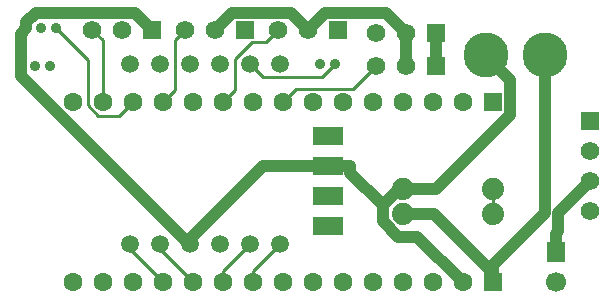
<source format=gbl>
G04 Layer: BottomLayer*
G04 EasyEDA v6.5.22, 2023-03-28 23:00:35*
G04 5c3957acffbf4fda84b53d144d602fd1,1f4b798e1f424c36b07c5063a1ef9d4e,10*
G04 Gerber Generator version 0.2*
G04 Scale: 100 percent, Rotated: No, Reflected: No *
G04 Dimensions in millimeters *
G04 leading zeros omitted , absolute positions ,4 integer and 5 decimal *
%FSLAX45Y45*%
%MOMM*%

%AMMACRO1*21,1,$1,$2,0,0,$3*%
%ADD10C,1.0000*%
%ADD11C,0.2540*%
%ADD12MACRO1,2.524X1.524X0.0000*%
%ADD13C,1.5748*%
%ADD14MACRO1,1.5748X1.5748X0.0000*%
%ADD15C,1.8796*%
%ADD16C,1.5000*%
%ADD17R,1.6000X1.6000*%
%ADD18C,1.6000*%
%ADD19R,1.5748X1.5748*%
%ADD20C,0.9000*%
%ADD21R,1.5748X1.7000*%
%ADD22C,1.7000*%
%ADD23C,3.8000*%

%LPD*%
D10*
X1549400Y498576D02*
G01*
X1502054Y498576D01*
X116509Y1884121D01*
X116509Y2237409D01*
X165100Y2286000D01*
D11*
X1828800Y1663700D02*
G01*
X1930400Y1765300D01*
X1930400Y2024837D01*
X2072030Y2166467D01*
X2191867Y2166467D01*
X2298700Y2273300D01*
X1066800Y1663700D02*
G01*
X948766Y1545666D01*
X773429Y1545666D01*
X685800Y1633296D01*
X685800Y2015312D01*
X415112Y2286000D01*
X4114800Y927100D02*
G01*
X4114800Y711200D01*
D10*
X4555312Y2057400D02*
G01*
X4555312Y725449D01*
X4114800Y284937D01*
X4114800Y139700D02*
G01*
X4114800Y212318D01*
X4114800Y212318D02*
G01*
X4114800Y284937D01*
X4114800Y212318D02*
G01*
X3615918Y711200D01*
X3352800Y711200D01*
D11*
X2780309Y1981200D02*
G01*
X2668981Y1869871D01*
X2168728Y1869871D01*
X2057400Y1981200D01*
X1828800Y139700D02*
G01*
X1828800Y228600D01*
X2057400Y457200D01*
X1320800Y139700D02*
G01*
X1041400Y419100D01*
X1041400Y457200D01*
X2336800Y1663700D02*
G01*
X2444902Y1771802D01*
X2927502Y1771802D01*
X3124200Y1968500D01*
X812800Y1663700D02*
G01*
X812800Y2184400D01*
X723900Y2273300D01*
X1574800Y139700D02*
G01*
X1295400Y419100D01*
X1295400Y457200D01*
X2082800Y139700D02*
G01*
X2082800Y228600D01*
X2311400Y457200D01*
D10*
X3378200Y1968500D02*
G01*
X3378200Y2247900D01*
X3378200Y2247900D02*
G01*
X3208654Y2417445D01*
X2696845Y2417445D01*
X2552700Y2273300D01*
X2552700Y2273300D02*
G01*
X2408554Y2417445D01*
X1909445Y2417445D01*
X1765300Y2273300D01*
D11*
X1320800Y1663700D02*
G01*
X1422400Y1765300D01*
X1422400Y2184400D01*
X1511300Y2273300D01*
D10*
X4648200Y543915D02*
G01*
X4670729Y566445D01*
X4670729Y721029D01*
X4940300Y990600D01*
X4648200Y393700D02*
G01*
X4648200Y543915D01*
X165100Y2286000D02*
G01*
X165100Y2337638D01*
X246811Y2419350D01*
X1085850Y2419350D01*
X1231900Y2273300D01*
X3185109Y787222D02*
G01*
X2909239Y1063091D01*
X2909239Y1117600D01*
X3860800Y139700D02*
G01*
X3477234Y523265D01*
X3314369Y523265D01*
X3185109Y652526D01*
X3185109Y787222D01*
X2717800Y1117600D02*
G01*
X2909239Y1117600D01*
X3632200Y1968500D02*
G01*
X3632200Y2247900D01*
X4055313Y2057400D02*
G01*
X4260468Y1852244D01*
X4260468Y1554378D01*
X3633190Y927100D01*
X3352800Y927100D01*
X3185109Y787222D02*
G01*
X3324986Y927100D01*
X3352800Y927100D01*
X1549400Y457200D02*
G01*
X1549400Y498576D01*
X2717800Y1117600D02*
G01*
X2168423Y1117600D01*
X1549400Y498576D01*
D12*
G01*
X2717800Y609600D03*
G01*
X2717800Y863600D03*
G01*
X2717800Y1117600D03*
G01*
X2717800Y1371600D03*
D13*
G01*
X1511300Y2273300D03*
G01*
X1765300Y2273300D03*
D14*
G01*
X2019300Y2273300D03*
D13*
G01*
X2298700Y2273300D03*
G01*
X2552700Y2273300D03*
D14*
G01*
X2806700Y2273300D03*
D13*
G01*
X3124200Y2247900D03*
G01*
X3378200Y2247900D03*
D14*
G01*
X3632200Y2247900D03*
D15*
G01*
X4114800Y711200D03*
G01*
X3352800Y711200D03*
D13*
G01*
X3124200Y1968500D03*
G01*
X3378200Y1968500D03*
D14*
G01*
X3632200Y1968500D03*
D16*
G01*
X2311400Y1981200D03*
G01*
X2057400Y1981200D03*
G01*
X1803400Y1981200D03*
G01*
X1549400Y1981200D03*
G01*
X1295400Y1981200D03*
G01*
X1041400Y1981200D03*
G01*
X2311400Y457200D03*
G01*
X2057400Y457200D03*
G01*
X1803400Y457200D03*
G01*
X1549400Y457200D03*
G01*
X1295400Y457200D03*
G01*
X1041400Y457200D03*
D15*
G01*
X3352800Y927100D03*
G01*
X4114800Y927100D03*
D13*
G01*
X723900Y2273300D03*
G01*
X977900Y2273300D03*
D14*
G01*
X1231900Y2273300D03*
D17*
G01*
X4114800Y1663700D03*
D18*
G01*
X3860800Y139700D03*
G01*
X3352800Y139700D03*
G01*
X2844800Y139700D03*
G01*
X2336800Y139700D03*
G01*
X1828800Y139700D03*
G01*
X1320800Y139700D03*
G01*
X812800Y139700D03*
G01*
X558800Y1663700D03*
G01*
X1066800Y1663700D03*
G01*
X1574800Y1663700D03*
G01*
X2082800Y1663700D03*
G01*
X2590800Y1663700D03*
G01*
X3098800Y1663700D03*
G01*
X3606800Y1663700D03*
G01*
X3860800Y1663700D03*
G01*
X3352800Y1663700D03*
G01*
X2844800Y1663700D03*
G01*
X2336800Y1663700D03*
G01*
X1828800Y1663700D03*
G01*
X1320800Y1663700D03*
G01*
X812800Y1663700D03*
G01*
X558800Y139700D03*
G01*
X1066800Y139700D03*
G01*
X1574800Y139700D03*
G01*
X2082800Y139700D03*
G01*
X2590800Y139700D03*
G01*
X3098800Y139700D03*
G01*
X3606800Y139700D03*
D17*
G01*
X4114800Y139700D03*
D19*
G01*
X4940300Y1498600D03*
D13*
G01*
X4940300Y1244600D03*
G01*
X4940300Y990600D03*
G01*
X4940300Y736600D03*
D20*
G01*
X165100Y2286000D03*
G01*
X290093Y2286000D03*
G01*
X415112Y2286000D03*
G01*
X242290Y1968500D03*
G01*
X367309Y1968500D03*
G01*
X2655290Y1981200D03*
G01*
X2780309Y1981200D03*
D21*
G01*
X4648200Y393700D03*
D22*
G01*
X4648200Y139700D03*
D23*
G01*
X4555312Y2057400D03*
G01*
X4055313Y2057400D03*
M02*

</source>
